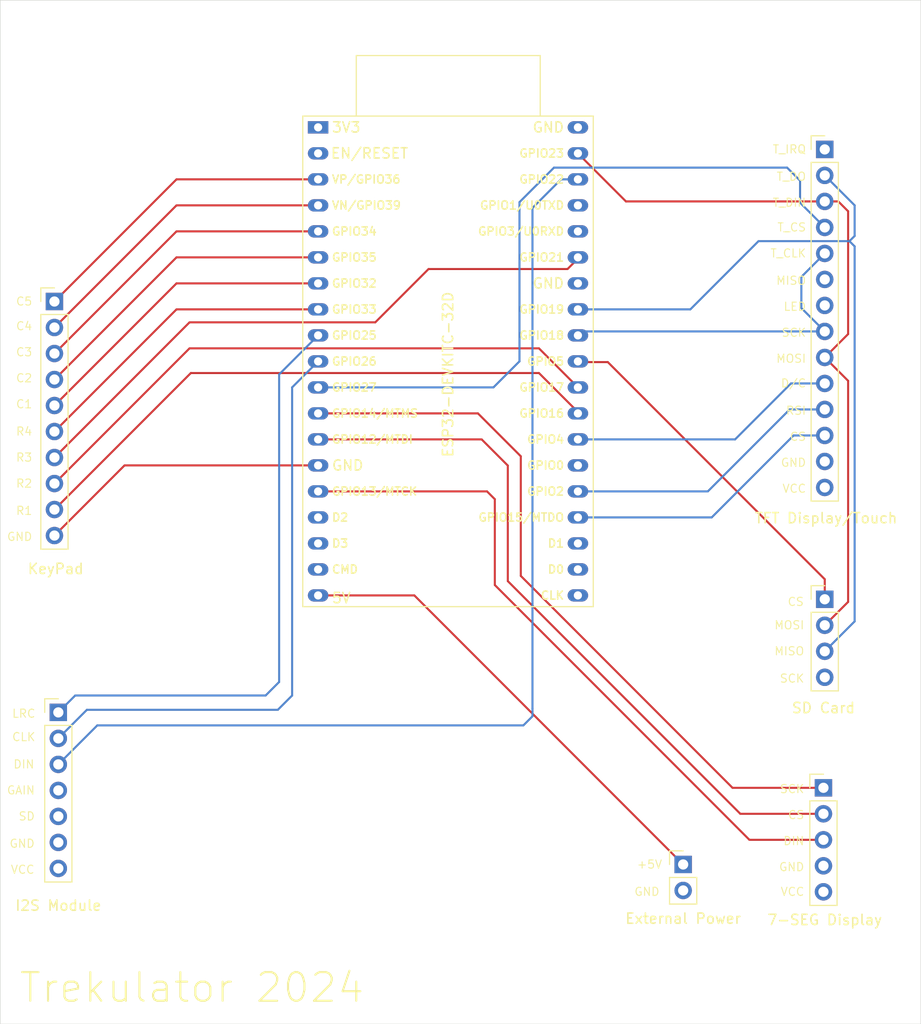
<source format=kicad_pcb>
(kicad_pcb (version 20240108) (generator "pcbnew") (generator_version "8.0")
  (layers (0 "F.Cu" signal) (1 "In1.Cu" signal) (2 "In2.Cu" signal) (31 "B.Cu" signal) (34 "B.Paste" user) (35 "F.Paste" user) (36 "B.SilkS" user "B.Silkscreen") (37 "F.SilkS" user "F.Silkscreen") (38 "B.Mask" user) (39 "F.Mask" user) (44 "Edge.Cuts" user))
  (net 0 "")
  (net 1 "Net-(J1-Pin_2)")
  (net 2 "Net-(J1-Pin_12)")
  (net 3 "GND")
  (net 4 "Net-(J1-Pin_11)")
  (net 6 "Net-(J1-Pin_5)")
  (net 7 "Net-(J1-Pin_4)")
  (net 8 "Net-(J1-Pin_14)")
  (net 9 "Net-(J1-Pin_3)")
  (net 10 "Net-(J1-Pin_10)")
  (net 12 "Net-(J2-Pin_8)")
  (net 13 "Net-(J2-Pin_1)")
  (net 14 "Net-(J2-Pin_9)")
  (net 15 "Net-(J2-Pin_2)")
  (net 16 "Net-(J2-Pin_10)")
  (net 17 "Net-(J2-Pin_5)")
  (net 18 "Net-(J2-Pin_7)")
  (net 19 "Net-(J2-Pin_6)")
  (net 20 "Net-(J2-Pin_4)")
  (net 21 "Net-(J2-Pin_3)")
  (net 22 "Net-(J3-Pin_1)")
  (net 23 "Net-(J4-Pin_2)")
  (net 24 "Net-(J4-Pin_1)")
  (net 25 "Net-(J4-Pin_3)")
  (net 26 "Net-(J5-Pin_1)")
  (net 28 "Net-(J5-Pin_3)")
  (net 29 "Net-(J5-Pin_2)")
  (net 41 "Net-(J6-Pin_1)")
  (footprint "Connector_PinHeader_2.54mm:PinHeader_1x07_P2.54mm_Vertical" (layer "F.Cu") (at 90.678 119.561)
    (property "Reference" "J5" (hide yes))
    (property "Value" "I2S Module" (at 0 18.869 0) (layer "F.SilkS"))
    (fp_line (start -1.33 -1.33) (end 0 -1.33) (stroke (width 0.12)) (layer "F.SilkS"))
    (fp_line (start -1.33 0) (end -1.33 -1.33) (stroke (width 0.12)) (layer "F.SilkS"))
    (fp_line (start -1.33 1.27) (end -1.33 16.57) (stroke (width 0.12)) (layer "F.SilkS"))
    (fp_line (start -1.33 1.27) (end 1.33 1.27) (stroke (width 0.12)) (layer "F.SilkS"))
    (fp_line (start -1.33 16.57) (end 1.33 16.57) (stroke (width 0.12)) (layer "F.SilkS"))
    (fp_line (start 1.33 1.27) (end 1.33 16.57) (stroke (width 0.12)) (layer "F.SilkS"))
    (pad "1" thru_hole rect (at 0 0) (size 1.7 1.7) (drill 1) (layers "*.Cu" "*.Mask") (net 26 "Net-(J5-Pin_1)"))
    (pad "2" thru_hole oval (at 0 2.54) (size 1.7 1.7) (drill 1) (layers "*.Cu" "*.Mask") (net 29 "Net-(J5-Pin_2)"))
    (pad "3" thru_hole oval (at 0 5.08) (size 1.7 1.7) (drill 1) (layers "*.Cu" "*.Mask") (net 28 "Net-(J5-Pin_3)"))
    (pad "4" thru_hole oval (at 0 7.62) (size 1.7 1.7) (drill 1) (layers "*.Cu" "*.Mask") (net 3 "GND"))
    (pad "5" thru_hole oval (at 0 10.16) (size 1.7 1.7) (drill 1) (layers "*.Cu" "*.Mask"))
    (pad "6" thru_hole oval (at 0 12.7) (size 1.7 1.7) (drill 1) (layers "*.Cu" "*.Mask") (net 3 "GND"))
    (pad "7" thru_hole oval (at 0 15.24) (size 1.7 1.7) (drill 1) (layers "*.Cu" "*.Mask") (net 8 "Net-(J1-Pin_14)"))
  )
  (footprint "Connector_PinHeader_2.54mm:PinHeader_1x04_P2.54mm_Vertical" (layer "F.Cu") (at 165.608 108.512)
    (property "Reference" "J3" (hide yes))
    (property "Value" "SD Card" (at -0.127 10.614 0) (layer "F.SilkS"))
    (fp_line (start -1.33 -1.33) (end 0 -1.33) (stroke (width 0.12)) (layer "F.SilkS"))
    (fp_line (start -1.33 0) (end -1.33 -1.33) (stroke (width 0.12)) (layer "F.SilkS"))
    (fp_line (start -1.33 1.27) (end -1.33 8.95) (stroke (width 0.12)) (layer "F.SilkS"))
    (fp_line (start -1.33 1.27) (end 1.33 1.27) (stroke (width 0.12)) (layer "F.SilkS"))
    (fp_line (start -1.33 8.95) (end 1.33 8.95) (stroke (width 0.12)) (layer "F.SilkS"))
    (fp_line (start 1.33 1.27) (end 1.33 8.95) (stroke (width 0.12)) (layer "F.SilkS"))
    (pad "1" thru_hole rect (at 0 0) (size 1.7 1.7) (drill 1) (layers "*.Cu" "*.Mask") (net 22 "Net-(J3-Pin_1)"))
    (pad "2" thru_hole oval (at 0 2.54) (size 1.7 1.7) (drill 1) (layers "*.Cu" "*.Mask") (net 9 "Net-(J1-Pin_3)"))
    (pad "3" thru_hole oval (at 0 5.08) (size 1.7 1.7) (drill 1) (layers "*.Cu" "*.Mask") (net 1 "Net-(J1-Pin_2)"))
    (pad "4" thru_hole oval (at 0 7.62) (size 1.7 1.7) (drill 1) (layers "*.Cu" "*.Mask") (net 6 "Net-(J1-Pin_5)"))
  )
  (footprint "Connector_PinHeader_2.54mm:PinHeader_1x14_P2.54mm_Vertical" (layer "F.Cu") (at 165.608 64.57)
    (property "Reference" "J1" (hide yes))
    (property "Value" "TFT Display/Touch" (at 0.127 36.014 0) (layer "F.SilkS"))
    (fp_line (start -1.33 -1.33) (end 0 -1.33) (stroke (width 0.12)) (layer "F.SilkS"))
    (fp_line (start -1.33 0) (end -1.33 -1.33) (stroke (width 0.12)) (layer "F.SilkS"))
    (fp_line (start -1.33 1.27) (end -1.33 34.35) (stroke (width 0.12)) (layer "F.SilkS"))
    (fp_line (start -1.33 1.27) (end 1.33 1.27) (stroke (width 0.12)) (layer "F.SilkS"))
    (fp_line (start -1.33 34.35) (end 1.33 34.35) (stroke (width 0.12)) (layer "F.SilkS"))
    (fp_line (start 1.33 1.27) (end 1.33 34.35) (stroke (width 0.12)) (layer "F.SilkS"))
    (pad "1" thru_hole rect (at 0 0) (size 1.7 1.7) (drill 1) (layers "*.Cu" "*.Mask"))
    (pad "2" thru_hole oval (at 0 2.54) (size 1.7 1.7) (drill 1) (layers "*.Cu" "*.Mask") (net 1 "Net-(J1-Pin_2)"))
    (pad "3" thru_hole oval (at 0 5.08) (size 1.7 1.7) (drill 1) (layers "*.Cu" "*.Mask") (net 9 "Net-(J1-Pin_3)"))
    (pad "4" thru_hole oval (at 0 7.62) (size 1.7 1.7) (drill 1) (layers "*.Cu" "*.Mask") (net 7 "Net-(J1-Pin_4)"))
    (pad "5" thru_hole oval (at 0 10.16) (size 1.7 1.7) (drill 1) (layers "*.Cu" "*.Mask") (net 6 "Net-(J1-Pin_5)"))
    (pad "6" thru_hole oval (at 0 12.7) (size 1.7 1.7) (drill 1) (layers "*.Cu" "*.Mask"))
    (pad "7" thru_hole oval (at 0 15.24) (size 1.7 1.7) (drill 1) (layers "*.Cu" "*.Mask") (net 8 "Net-(J1-Pin_14)"))
    (pad "8" thru_hole oval (at 0 17.78) (size 1.7 1.7) (drill 1) (layers "*.Cu" "*.Mask") (net 6 "Net-(J1-Pin_5)"))
    (pad "9" thru_hole oval (at 0 20.32) (size 1.7 1.7) (drill 1) (layers "*.Cu" "*.Mask") (net 9 "Net-(J1-Pin_3)"))
    (pad "10" thru_hole oval (at 0 22.86) (size 1.7 1.7) (drill 1) (layers "*.Cu" "*.Mask") (net 10 "Net-(J1-Pin_10)"))
    (pad "11" thru_hole oval (at 0 25.4) (size 1.7 1.7) (drill 1) (layers "*.Cu" "*.Mask") (net 4 "Net-(J1-Pin_11)"))
    (pad "12" thru_hole oval (at 0 27.94) (size 1.7 1.7) (drill 1) (layers "*.Cu" "*.Mask") (net 2 "Net-(J1-Pin_12)"))
    (pad "13" thru_hole oval (at 0 30.48) (size 1.7 1.7) (drill 1) (layers "*.Cu" "*.Mask") (net 3 "GND"))
    (pad "14" thru_hole oval (at 0 33.02) (size 1.7 1.7) (drill 1) (layers "*.Cu" "*.Mask") (net 8 "Net-(J1-Pin_14)"))
  )
  (footprint "PCM_Espressif:ESP32-DevKitC" (layer "F.Cu") (at 116.076 62.415)
    (property "Reference" "U1" (hide yes))
    (property "Value" "ESP32-DEVKITC-32D" (at 12.7 24.13 90) (layer "F.SilkS"))
    (fp_line (start -1.5 46.82) (end 26.899999 46.82) (stroke (width 0.12)) (layer "F.SilkS"))
    (fp_line (start -1.499999 -1.1) (end -1.5 46.82) (stroke (width 0.12)) (layer "F.SilkS"))
    (fp_line (start 3.73012 -7.01312) (end 21.71332 -7.01312) (stroke (width 0.12)) (layer "F.SilkS"))
    (fp_line (start 3.73012 -1.12032) (end 3.73012 -7.01312) (stroke (width 0.12)) (layer "F.SilkS"))
    (fp_line (start 21.71332 -7.01312) (end 21.71332 -1.12032) (stroke (width 0.12)) (layer "F.SilkS"))
    (fp_line (start 26.899999 46.82) (end 26.9 -1.1) (stroke (width 0.12)) (layer "F.SilkS"))
    (fp_line (start 26.9 -1.1) (end -1.499999 -1.1) (stroke (width 0.12)) (layer "F.SilkS"))
    (fp_text user "GPIO18" (at 24.13 20.32 0) (layer "F.SilkS") (effects (font (size 0.8 0.8)) (justify right)))
    (fp_text user "GPIO32" (at 1.27 15.24 0) (layer "F.SilkS") (effects (font (size 0.8 0.8)) (justify left)))
    (fp_text user "GND" (at 24.13 0 0) (layer "F.SilkS") (effects (justify right)))
    (fp_text user "D1" (at 24.13 40.64 0) (layer "F.SilkS") (effects (font (size 0.8 0.8)) (justify right)))
    (fp_text user "GPIO17" (at 24.13 25.4 0) (layer "F.SilkS") (effects (font (size 0.8 0.8)) (justify right)))
    (fp_text user "GPIO19" (at 24.13 17.78 0) (layer "F.SilkS") (effects (font (size 0.8 0.8)) (justify right)))
    (fp_text user "GPIO15/MTDO" (at 24.13 38.1 0) (layer "F.SilkS") (effects (font (size 0.8 0.8)) (justify right)))
    (fp_text user "GPIO33" (at 1.27 17.78 0) (layer "F.SilkS") (effects (font (size 0.8 0.8)) (justify left)))
    (fp_text user "5V" (at 1.26632 45.97128 0) (layer "F.SilkS") (effects (justify left)))
    (fp_text user "GPIO3/U0RXD" (at 24.13 10.16 0) (layer "F.SilkS") (effects (font (size 0.8 0.8)) (justify right)))
    (fp_text user "GPIO34" (at 1.27 10.16 0) (layer "F.SilkS") (effects (font (size 0.8 0.8)) (justify left)))
    (fp_text user "D2" (at 1.27 38.1 0) (layer "F.SilkS") (effects (font (size 0.8 0.8)) (justify left)))
    (fp_text user "GPIO14/MTMS" (at 1.27 27.94 0) (layer "F.SilkS") (effects (font (size 0.8 0.8)) (justify left)))
    (fp_text user "GPIO22" (at 24.13 5.08 0) (layer "F.SilkS") (effects (font (size 0.8 0.8)) (justify right)))
    (fp_text user "GPIO2" (at 24.13 35.56 0) (layer "F.SilkS") (effects (font (size 0.8 0.8)) (justify right)))
    (fp_text user "GPIO21" (at 24.13 12.7 0) (layer "F.SilkS") (effects (font (size 0.8 0.8)) (justify right)))
    (fp_text user "GPIO4" (at 24.13 30.48 0) (layer "F.SilkS") (effects (font (size 0.8 0.8)) (justify right)))
    (fp_text user "CLK" (at 24.13 45.72 0) (layer "F.SilkS") (effects (font (size 0.8 0.8)) (justify right)))
    (fp_text user "GPIO25" (at 1.27 20.32 0) (layer "F.SilkS") (effects (font (size 0.8 0.8)) (justify left)))
    (fp_text user "D3" (at 1.27 40.64 0) (layer "F.SilkS") (effects (font (size 0.8 0.8)) (justify left)))
    (fp_text user "GND" (at 1.27 33.02 0) (layer "F.SilkS") (effects (justify left)))
    (fp_text user "VN/GPIO39" (at 1.27 7.62 0) (layer "F.SilkS") (effects (font (size 0.8 0.8)) (justify left)))
    (fp_text user "GPIO23" (at 24.13 2.54 0) (layer "F.SilkS") (effects (font (size 0.8 0.8)) (justify right)))
    (fp_text user "GPIO1/U0TXD" (at 24.13 7.62 0) (layer "F.SilkS") (effects (font (size 0.8 0.8)) (justify right)))
    (fp_text user "GPIO26" (at 1.27 22.86 0) (layer "F.SilkS") (effects (font (size 0.8 0.8)) (justify left)))
    (fp_text user "GPIO13/MTCK" (at 1.27 35.56 0) (layer "F.SilkS") (effects (font (size 0.8 0.8)) (justify left)))
    (fp_text user "CMD" (at 1.27 43.18 0) (layer "F.SilkS") (effects (font (size 0.8 0.8)) (justify left)))
    (fp_text user "EN/RESET" (at 8.88632 2.53728 0) (layer "F.SilkS") (effects (justify right)))
    (fp_text user "GPIO5" (at 24.13 22.86 0) (layer "F.SilkS") (effects (font (size 0.8 0.8)) (justify right)))
    (fp_text user "3V3" (at 1.27 0 0) (layer "F.SilkS") (effects (justify left)))
    (fp_text user "VP/GPIO36" (at 1.27 5.08 0) (layer "F.SilkS") (effects (font (size 0.8 0.8)) (justify left)))
    (fp_text user "GPIO35" (at 1.27 12.7 0) (layer "F.SilkS") (effects (font (size 0.8 0.8)) (justify left)))
    (fp_text user "GPIO16" (at 24.13 27.94 0) (layer "F.SilkS") (effects (font (size 0.8 0.8)) (justify right)))
    (fp_text user "D0" (at 24.13 43.18 0) (layer "F.SilkS") (effects (font (size 0.8 0.8)) (justify right)))
    (fp_text user "GPIO12/MTDI" (at 1.27 30.48 0) (layer "F.SilkS") (effects (font (size 0.8 0.8)) (justify left)))
    (fp_text user "GND" (at 24.13 15.24 0) (layer "F.SilkS") (effects (justify right)))
    (fp_text user "GPIO27" (at 1.27 25.4 0) (layer "F.SilkS") (effects (font (size 0.8 0.8)) (justify left)))
    (fp_text user "GPIO0" (at 24.13 33.02 0) (layer "F.SilkS") (effects (font (size 0.8 0.8)) (justify right)))
    (pad "1" thru_hole rect (at 0 0 270) (size 1.2 2) (drill 0.8) (layers "*.Cu" "*.Mask") (net 8 "Net-(J1-Pin_14)"))
    (pad "2" thru_hole oval (at 0 2.54 270) (size 1.2 2) (drill 0.8) (layers "*.Cu" "*.Mask"))
    (pad "3" thru_hole oval (at 0 5.08 270) (size 1.2 2) (drill 0.8) (layers "*.Cu" "*.Mask") (net 13 "Net-(J2-Pin_1)"))
    (pad "4" thru_hole oval (at 0 7.62 270) (size 1.2 2) (drill 0.8) (layers "*.Cu" "*.Mask") (net 15 "Net-(J2-Pin_2)"))
    (pad "5" thru_hole oval (at 0 10.16 270) (size 1.2 2) (drill 0.8) (layers "*.Cu" "*.Mask") (net 21 "Net-(J2-Pin_3)"))
    (pad "6" thru_hole oval (at 0 12.7 270) (size 1.2 2) (drill 0.8) (layers "*.Cu" "*.Mask") (net 20 "Net-(J2-Pin_4)"))
    (pad "7" thru_hole oval (at 0 15.24 270) (size 1.2 2) (drill 0.8) (layers "*.Cu" "*.Mask") (net 17 "Net-(J2-Pin_5)"))
    (pad "8" thru_hole oval (at 0 17.78 270) (size 1.2 2) (drill 0.8) (layers "*.Cu" "*.Mask") (net 19 "Net-(J2-Pin_6)"))
    (pad "9" thru_hole oval (at 0 20.32 270) (size 1.2 2) (drill 0.8) (layers "*.Cu" "*.Mask") (net 26 "Net-(J5-Pin_1)"))
    (pad "10" thru_hole oval (at 0 22.86 270) (size 1.2 2) (drill 0.8) (layers "*.Cu" "*.Mask") (net 29 "Net-(J5-Pin_2)"))
    (pad "11" thru_hole oval (at 0 25.4 270) (size 1.2 2) (drill 0.8) (layers "*.Cu" "*.Mask") (net 7 "Net-(J1-Pin_4)"))
    (pad "12" thru_hole oval (at 0 27.94 270) (size 1.2 2) (drill 0.8) (layers "*.Cu" "*.Mask") (net 24 "Net-(J4-Pin_1)"))
    (pad "13" thru_hole oval (at 0 30.48 270) (size 1.2 2) (drill 0.8) (layers "*.Cu" "*.Mask") (net 23 "Net-(J4-Pin_2)"))
    (pad "14" thru_hole oval (at 0 33.02 270) (size 1.2 2) (drill 0.8) (layers "*.Cu" "*.Mask") (net 16 "Net-(J2-Pin_10)"))
    (pad "15" thru_hole oval (at 0 35.56 270) (size 1.2 2) (drill 0.8) (layers "*.Cu" "*.Mask") (net 25 "Net-(J4-Pin_3)"))
    (pad "16" thru_hole oval (at 0 38.1 270) (size 1.2 2) (drill 0.8) (layers "*.Cu" "*.Mask"))
    (pad "17" thru_hole oval (at 0 40.64 270) (size 1.2 2) (drill 0.8) (layers "*.Cu" "*.Mask"))
    (pad "18" thru_hole oval (at 0 43.18 270) (size 1.2 2) (drill 0.8) (layers "*.Cu" "*.Mask"))
    (pad "19" thru_hole oval (at 0 45.72 270) (size 1.2 2) (drill 0.8) (layers "*.Cu" "*.Mask") (net 41 "Net-(J6-Pin_1)"))
    (pad "20" thru_hole oval (at 25.39632 45.71728 270) (size 1.2 2) (drill 0.8) (layers "*.Cu" "*.Mask"))
    (pad "21" thru_hole oval (at 25.39632 43.17728 270) (size 1.2 2) (drill 0.8) (layers "*.Cu" "*.Mask"))
    (pad "22" thru_hole oval (at 25.4 40.64 270) (size 1.2 2) (drill 0.8) (layers "*.Cu" "*.Mask"))
    (pad "23" thru_hole oval (at 25.4 38.1 270) (size 1.2 2) (drill 0.8) (layers "*.Cu" "*.Mask") (net 2 "Net-(J1-Pin_12)"))
    (pad "24" thru_hole oval (at 25.4 35.56 270) (size 1.2 2) (drill 0.8) (layers "*.Cu" "*.Mask") (net 4 "Net-(J1-Pin_11)"))
    (pad "25" thru_hole oval (at 25.4 33.02 270) (size 1.2 2) (drill 0.8) (layers "*.Cu" "*.Mask"))
    (pad "26" thru_hole oval (at 25.4 30.48 270) (size 1.2 2) (drill 0.8) (layers "*.Cu" "*.Mask") (net 10 "Net-(J1-Pin_10)"))
    (pad "27" thru_hole oval (at 25.4 27.94 270) (size 1.2 2) (drill 0.8) (layers "*.Cu" "*.Mask") (net 14 "Net-(J2-Pin_9)"))
    (pad "28" thru_hole oval (at 25.4 25.4 270) (size 1.2 2) (drill 0.8) (layers "*.Cu" "*.Mask") (net 12 "Net-(J2-Pin_8)"))
    (pad "29" thru_hole oval (at 25.4 22.86 270) (size 1.2 2) (drill 0.8) (layers "*.Cu" "*.Mask") (net 22 "Net-(J3-Pin_1)"))
    (pad "30" thru_hole oval (at 25.4 20.32 270) (size 1.2 2) (drill 0.8) (layers "*.Cu" "*.Mask") (net 6 "Net-(J1-Pin_5)"))
    (pad "31" thru_hole oval (at 25.4 17.78 270) (size 1.2 2) (drill 0.8) (layers "*.Cu" "*.Mask") (net 1 "Net-(J1-Pin_2)"))
    (pad "32" thru_hole oval (at 25.4 15.24 270) (size 1.2 2) (drill 0.8) (layers "*.Cu" "*.Mask"))
    (pad "33" thru_hole oval (at 25.4 12.7 270) (size 1.2 2) (drill 0.8) (layers "*.Cu" "*.Mask") (net 18 "Net-(J2-Pin_7)"))
    (pad "34" thru_hole oval (at 25.4 10.16 270) (size 1.2 2) (drill 0.8) (layers "*.Cu" "*.Mask"))
    (pad "35" thru_hole oval (at 25.4 7.62 270) (size 1.2 2) (drill 0.8) (layers "*.Cu" "*.Mask"))
    (pad "36" thru_hole oval (at 25.4 5.08 270) (size 1.2 2) (drill 0.8) (layers "*.Cu" "*.Mask") (net 28 "Net-(J5-Pin_3)"))
    (pad "37" thru_hole oval (at 25.4 2.54 270) (size 1.2 2) (drill 0.8) (layers "*.Cu" "*.Mask") (net 9 "Net-(J1-Pin_3)"))
    (pad "38" thru_hole oval (at 25.4 0 270) (size 1.2 2) (drill 0.8) (layers "*.Cu" "*.Mask") (net 3 "GND"))
  )
  (footprint "Connector_PinHeader_2.54mm:PinHeader_1x10_P2.54mm_Vertical" (layer "F.Cu") (at 90.297 79.4265)
    (property "Reference" "J2" (hide yes))
    (property "Value" "KeyPad" (at 0.127 26.1105 0) (layer "F.SilkS"))
    (fp_line (start -1.33 -1.33) (end 0 -1.33) (stroke (width 0.12)) (layer "F.SilkS"))
    (fp_line (start -1.33 0) (end -1.33 -1.33) (stroke (width 0.12)) (layer "F.SilkS"))
    (fp_line (start -1.33 1.27) (end -1.33 24.19) (stroke (width 0.12)) (layer "F.SilkS"))
    (fp_line (start -1.33 1.27) (end 1.33 1.27) (stroke (width 0.12)) (layer "F.SilkS"))
    (fp_line (start -1.33 24.19) (end 1.33 24.19) (stroke (width 0.12)) (layer "F.SilkS"))
    (fp_line (start 1.33 1.27) (end 1.33 24.19) (stroke (width 0.12)) (layer "F.SilkS"))
    (pad "1" thru_hole rect (at 0 0) (size 1.7 1.7) (drill 1) (layers "*.Cu" "*.Mask") (net 13 "Net-(J2-Pin_1)"))
    (pad "2" thru_hole oval (at 0 2.54) (size 1.7 1.7) (drill 1) (layers "*.Cu" "*.Mask") (net 15 "Net-(J2-Pin_2)"))
    (pad "3" thru_hole oval (at 0 5.08) (size 1.7 1.7) (drill 1) (layers "*.Cu" "*.Mask") (net 21 "Net-(J2-Pin_3)"))
    (pad "4" thru_hole oval (at 0 7.62) (size 1.7 1.7) (drill 1) (layers "*.Cu" "*.Mask") (net 20 "Net-(J2-Pin_4)"))
    (pad "5" thru_hole oval (at 0 10.16) (size 1.7 1.7) (drill 1) (layers "*.Cu" "*.Mask") (net 17 "Net-(J2-Pin_5)"))
    (pad "6" thru_hole oval (at 0 12.7) (size 1.7 1.7) (drill 1) (layers "*.Cu" "*.Mask") (net 19 "Net-(J2-Pin_6)"))
    (pad "7" thru_hole oval (at 0 15.24) (size 1.7 1.7) (drill 1) (layers "*.Cu" "*.Mask") (net 18 "Net-(J2-Pin_7)"))
    (pad "8" thru_hole oval (at 0 17.78) (size 1.7 1.7) (drill 1) (layers "*.Cu" "*.Mask") (net 12 "Net-(J2-Pin_8)"))
    (pad "9" thru_hole oval (at 0 20.32) (size 1.7 1.7) (drill 1) (layers "*.Cu" "*.Mask") (net 14 "Net-(J2-Pin_9)"))
    (pad "10" thru_hole oval (at 0 22.86) (size 1.7 1.7) (drill 1) (layers "*.Cu" "*.Mask") (net 16 "Net-(J2-Pin_10)"))
  )
  (footprint "Connector_PinHeader_2.54mm:PinHeader_1x02_P2.54mm_Vertical" (layer "F.Cu") (at 151.765 134.415)
    (property "Reference" "J6" (hide yes))
    (property "Value" "External Power" (at 0 5.285 0) (layer "F.SilkS"))
    (fp_line (start -1.33 -1.33) (end 0 -1.33) (stroke (width 0.12)) (layer "F.SilkS"))
    (fp_line (start -1.33 0) (end -1.33 -1.33) (stroke (width 0.12)) (layer "F.SilkS"))
    (fp_line (start -1.33 1.27) (end -1.33 3.87) (stroke (width 0.12)) (layer "F.SilkS"))
    (fp_line (start -1.33 1.27) (end 1.33 1.27) (stroke (width 0.12)) (layer "F.SilkS"))
    (fp_line (start -1.33 3.87) (end 1.33 3.87) (stroke (width 0.12)) (layer "F.SilkS"))
    (fp_line (start 1.33 1.27) (end 1.33 3.87) (stroke (width 0.12)) (layer "F.SilkS"))
    (pad "1" thru_hole rect (at 0 0) (size 1.7 1.7) (drill 1) (layers "*.Cu" "*.Mask") (net 41 "Net-(J6-Pin_1)"))
    (pad "2" thru_hole oval (at 0 2.54) (size 1.7 1.7) (drill 1) (layers "*.Cu" "*.Mask") (net 3 "GND"))
  )
  (footprint "Connector_PinHeader_2.54mm:PinHeader_1x05_P2.54mm_Vertical" (layer "F.Cu") (at 165.481 126.927)
    (property "Reference" "J4" (hide yes))
    (property "Value" "7-SEG Display" (at 0.127 12.9 0) (layer "F.SilkS"))
    (fp_line (start -1.33 -1.33) (end 0 -1.33) (stroke (width 0.12)) (layer "F.SilkS"))
    (fp_line (start -1.33 0) (end -1.33 -1.33) (stroke (width 0.12)) (layer "F.SilkS"))
    (fp_line (start -1.33 1.27) (end -1.33 11.49) (stroke (width 0.12)) (layer "F.SilkS"))
    (fp_line (start -1.33 1.27) (end 1.33 1.27) (stroke (width 0.12)) (layer "F.SilkS"))
    (fp_line (start -1.33 11.49) (end 1.33 11.49) (stroke (width 0.12)) (layer "F.SilkS"))
    (fp_line (start 1.33 1.27) (end 1.33 11.49) (stroke (width 0.12)) (layer "F.SilkS"))
    (pad "1" thru_hole rect (at 0 0) (size 1.7 1.7) (drill 1) (layers "*.Cu" "*.Mask") (net 24 "Net-(J4-Pin_1)"))
    (pad "2" thru_hole oval (at 0 2.54) (size 1.7 1.7) (drill 1) (layers "*.Cu" "*.Mask") (net 23 "Net-(J4-Pin_2)"))
    (pad "3" thru_hole oval (at 0 5.08) (size 1.7 1.7) (drill 1) (layers "*.Cu" "*.Mask") (net 25 "Net-(J4-Pin_3)"))
    (pad "4" thru_hole oval (at 0 7.62) (size 1.7 1.7) (drill 1) (layers "*.Cu" "*.Mask") (net 3 "GND"))
    (pad "5" thru_hole oval (at 0 10.16) (size 1.7 1.7) (drill 1) (layers "*.Cu" "*.Mask") (net 8 "Net-(J1-Pin_14)"))
  )
  (gr_rect (start 85 50) (end 175 150) (stroke (width 0.05)) (fill none) (layer "Edge.Cuts"))
  (gr_text "D/C" (at 161.264619 87.884 0) (layer "F.SilkS") (effects (font (size 0.8 0.8) (thickness 0.1)) (justify left bottom)))
  (gr_text "T_DIN" (at 160.464619 70.231 0) (layer "F.SilkS") (effects (font (size 0.8 0.8) (thickness 0.1)) (justify left bottom)))
  (gr_text "MISO" (at 160.807476 77.851 0) (layer "F.SilkS") (effects (font (size 0.8 0.8) (thickness 0.1)) (justify left bottom)))
  (gr_text "MOSI" (at 160.807476 85.471 0) (layer "F.SilkS") (effects (font (size 0.8 0.8) (thickness 0.1)) (justify left bottom)))
  (gr_text "LRC" (at 86.106 120.142 0) (layer "F.SilkS") (effects (font (size 0.8 0.8) (thickness 0.1)) (justify left bottom)))
  (gr_text "LED" (at 161.531285 80.391 0) (layer "F.SilkS") (effects (font (size 0.8 0.8) (thickness 0.1)) (justify left bottom)))
  (gr_text "VCC" (at 161.239191 137.541 0) (layer "F.SilkS") (effects (font (size 0.8 0.8) (thickness 0.1)) (justify left bottom)))
  (gr_text "GND" (at 161.08681 135.128 0) (layer "F.SilkS") (effects (font (size 0.8 0.8) (thickness 0.1)) (justify left bottom)))
  (gr_text "T_CLK" (at 160.236047 75.184 0) (layer "F.SilkS") (effects (font (size 0.8 0.8) (thickness 0.1)) (justify left bottom)))
  (gr_text "DIN" (at 161.505858 132.588 0) (layer "F.SilkS") (effects (font (size 0.8 0.8) (thickness 0.1)) (justify left bottom)))
  (gr_text "SD" (at 86.741 130.175 0) (layer "F.SilkS") (effects (font (size 0.8 0.8) (thickness 0.1)) (justify left bottom)))
  (gr_text "R2" (at 86.487 97.663 0) (layer "F.SilkS") (effects (font (size 0.8 0.8) (thickness 0.1)) (justify left bottom)))
  (gr_text "SCK" (at 161.163 116.713 0) (layer "F.SilkS") (effects (font (size 0.8 0.8) (thickness 0.1)) (justify left bottom)))
  (gr_text "CS" (at 162.140809 93.091 0) (layer "F.SilkS") (effects (font (size 0.8 0.8) (thickness 0.1)) (justify left bottom)))
  (gr_text "GND" (at 85.852 132.842 0) (layer "F.SilkS") (effects (font (size 0.8 0.8) (thickness 0.1)) (justify left bottom)))
  (gr_text "+5V" (at 147.193 134.874 0) (layer "F.SilkS") (effects (font (size 0.8 0.8) (thickness 0.1)) (justify left bottom)))
  (gr_text "DIN" (at 86.233 125.095 0) (layer "F.SilkS") (effects (font (size 0.8 0.8) (thickness 0.1)) (justify left bottom)))
  (gr_text "C5" (at 86.487 79.883 0) (layer "F.SilkS") (effects (font (size 0.8 0.8) (thickness 0.1)) (justify left bottom)))
  (gr_text "CS" (at 161.963 130.048 0) (layer "F.SilkS") (effects (font (size 0.8 0.8) (thickness 0.1)) (justify left bottom)))
  (gr_text "GAIN\n" (at 85.598 127.635 0) (layer "F.SilkS") (effects (font (size 0.8 0.8) (thickness 0.1)) (justify left bottom)))
  (gr_text "C4" (at 86.487 82.296 0) (layer "F.SilkS") (effects (font (size 0.8 0.8) (thickness 0.1)) (justify left bottom)))
  (gr_text "R3" (at 86.487 95.123 0) (layer "F.SilkS") (effects (font (size 0.8 0.8) (thickness 0.1)) (justify left bottom)))
  (gr_text "T_CS" (at 160.921761 72.644 0) (layer "F.SilkS") (effects (font (size 0.8 0.8) (thickness 0.1)) (justify left bottom)))
  (gr_text "SCK" (at 161.163 127.508 0) (layer "F.SilkS") (effects (font (size 0.8 0.8) (thickness 0.1)) (justify left bottom)))
  (gr_text "CS" (at 161.925 109.22 0) (layer "F.SilkS") (effects (font (size 0.8 0.8) (thickness 0.1)) (justify left bottom)))
  (gr_text "GND" (at 161.264619 95.631 0) (layer "F.SilkS") (effects (font (size 0.8 0.8) (thickness 0.1)) (justify left bottom)))
  (gr_text "C1" (at 86.487 89.916 0) (layer "F.SilkS") (effects (font (size 0.8 0.8) (thickness 0.1)) (justify left bottom)))
  (gr_text "C3" (at 86.487 84.836 0) (layer "F.SilkS") (effects (font (size 0.8 0.8) (thickness 0.1)) (justify left bottom)))
  (gr_text "C2" (at 86.487 87.376 0) (layer "F.SilkS") (effects (font (size 0.8 0.8) (thickness 0.1)) (justify left bottom)))
  (gr_text "MISO" (at 160.629667 114.046 0) (layer "F.SilkS") (effects (font (size 0.8 0.8) (thickness 0.1)) (justify left bottom)))
  (gr_text "R4" (at 86.487 92.583 0) (layer "F.SilkS") (effects (font (size 0.8 0.8) (thickness 0.1)) (justify left bottom)))
  (gr_text "SCK" (at 161.340809 82.931 0) (layer "F.SilkS") (effects (font (size 0.8 0.8) (thickness 0.1)) (justify left bottom)))
  (gr_text "VCC" (at 85.979 135.382 0) (layer "F.SilkS") (effects (font (size 0.8 0.8) (thickness 0.1)) (justify left bottom)))
  (gr_text "VCC" (at 161.417 98.171 0) (layer "F.SilkS") (effects (font (size 0.8 0.8) (thickness 0.1)) (justify left bottom)))
  (gr_text "MOSI" (at 160.629667 111.506 0) (layer "F.SilkS") (effects (font (size 0.8 0.8) (thickness 0.1)) (justify left bottom)))
  (gr_text "GND" (at 85.61081 102.87 0) (layer "F.SilkS") (effects (font (size 0.8 0.8) (thickness 0.1)) (justify left bottom)))
  (gr_text "Trekulator 2024" (at 86.741 148.082 0) (layer "F.SilkS") (effects (font (size 2.8 2.8) (thickness 0.2)) (justify left bottom)))
  (gr_text "T_IRQ" (at 160.464619 65.024 0) (layer "F.SilkS") (effects (font (size 0.8 0.8) (thickness 0.1)) (justify left bottom)))
  (gr_text "RSI" (at 161.759857 90.551 0) (layer "F.SilkS") (effects (font (size 0.8 0.8) (thickness 0.1)) (justify left bottom)))
  (gr_text "T_DO" (at 160.845571 67.691 0) (layer "F.SilkS") (effects (font (size 0.8 0.8) (thickness 0.1)) (justify left bottom)))
  (gr_text "R1" (at 86.487 100.33 0) (layer "F.SilkS") (effects (font (size 0.8 0.8) (thickness 0.1)) (justify left bottom)))
  (gr_text "GND" (at 146.939 137.541 0) (layer "F.SilkS") (effects (font (size 0.8 0.8) (thickness 0.1)) (justify left bottom)))
  (gr_text "CLK" (at 86.106 122.428 0) (layer "F.SilkS") (effects (font (size 0.8 0.8) (thickness 0.1)) (justify left bottom)))
  (segment (start 168.529 110.671) (end 165.608 113.592) (width 0.2) (layer "B.Cu") (net 1))
  (segment (start 168.529 74.041) (end 168.529 110.671) (width 0.2) (layer "B.Cu") (net 1))
  (segment (start 168.021 73.533) (end 159.131 73.533) (width 0.2) (layer "B.Cu") (net 1))
  (segment (start 168.529 73.025) (end 168.021 73.533) (width 0.2) (layer "B.Cu") (net 1))
  (segment (start 159.131 73.533) (end 152.469 80.195) (width 0.2) (layer "B.Cu") (net 1))
  (segment (start 168.021 73.533) (end 168.529 74.041) (width 0.2) (layer "B.Cu") (net 1))
  (segment (start 152.469 80.195) (end 141.476 80.195) (width 0.2) (layer "B.Cu") (net 1))
  (segment (start 165.608 67.11) (end 168.529 70.031) (width 0.2) (layer "B.Cu") (net 1))
  (segment (start 168.529 70.031) (end 168.529 73.025) (width 0.2) (layer "B.Cu") (net 1))
  (segment (start 141.476 100.515) (end 154.555 100.515) (width 0.2) (layer "B.Cu") (net 2))
  (segment (start 154.555 100.515) (end 162.56 92.51) (width 0.2) (layer "B.Cu") (net 2))
  (segment (start 162.56 92.51) (end 165.608 92.51) (width 0.2) (layer "B.Cu") (net 2))
  (segment (start 154.174 97.975) (end 162.179 89.97) (width 0.2) (layer "B.Cu") (net 4))
  (segment (start 141.476 97.975) (end 154.174 97.975) (width 0.2) (layer "B.Cu") (net 4))
  (segment (start 162.179 89.97) (end 165.608 89.97) (width 0.2) (layer "B.Cu") (net 4))
  (segment (start 165.608 82.35) (end 141.861 82.35) (width 0.2) (layer "B.Cu") (net 6))
  (segment (start 165.608 74.73) (end 163.322 77.016) (width 0.2) (layer "B.Cu") (net 6))
  (segment (start 163.322 80.064) (end 165.608 82.35) (width 0.2) (layer "B.Cu") (net 6))
  (segment (start 141.861 82.35) (end 141.476 82.735) (width 0.2) (layer "B.Cu") (net 6))
  (segment (start 163.322 77.016) (end 163.322 80.064) (width 0.2) (layer "B.Cu") (net 6))
  (segment (start 163.195 69.777) (end 165.608 72.19) (width 0.2) (layer "B.Cu") (net 7))
  (segment (start 135.763 85.271) (end 135.763 69.723) (width 0.2) (layer "B.Cu") (net 7))
  (segment (start 139.138 66.348) (end 161.925 66.348) (width 0.2) (layer "B.Cu") (net 7))
  (segment (start 161.925 66.348) (end 163.195 67.618) (width 0.2) (layer "B.Cu") (net 7))
  (segment (start 135.763 69.723) (end 139.138 66.348) (width 0.2) (layer "B.Cu") (net 7))
  (segment (start 163.195 67.618) (end 163.195 69.777) (width 0.2) (layer "B.Cu") (net 7))
  (segment (start 133.219 87.815) (end 135.763 85.271) (width 0.2) (layer "B.Cu") (net 7))
  (segment (start 116.076 87.815) (end 133.219 87.815) (width 0.2) (layer "B.Cu") (net 7))
  (segment (start 167.894 108.766) (end 165.608 111.052) (width 0.2) (layer "F.Cu") (net 9))
  (segment (start 165.608 69.65) (end 166.932 69.65) (width 0.2) (layer "F.Cu") (net 9))
  (segment (start 165.608 84.89) (end 167.894 87.176) (width 0.2) (layer "F.Cu") (net 9))
  (segment (start 146.171 69.65) (end 165.608 69.65) (width 0.2) (layer "F.Cu") (net 9))
  (segment (start 141.476 64.955) (end 146.171 69.65) (width 0.2) (layer "F.Cu") (net 9))
  (segment (start 166.932 69.65) (end 167.894 70.612) (width 0.2) (layer "F.Cu") (net 9))
  (segment (start 167.894 70.612) (end 167.894 82.604) (width 0.2) (layer "F.Cu") (net 9))
  (segment (start 167.894 82.604) (end 165.608 84.89) (width 0.2) (layer "F.Cu") (net 9))
  (segment (start 167.894 87.176) (end 167.894 108.766) (width 0.2) (layer "F.Cu") (net 9))
  (segment (start 156.841 92.895) (end 162.306 87.43) (width 0.2) (layer "B.Cu") (net 10))
  (segment (start 141.476 92.895) (end 156.841 92.895) (width 0.2) (layer "B.Cu") (net 10))
  (segment (start 162.306 87.43) (end 165.608 87.43) (width 0.2) (layer "B.Cu") (net 10))
  (segment (start 141.476 87.809) (end 141.476 87.815) (width 0.2) (layer "F.Cu") (net 12))
  (segment (start 103.505 84.001) (end 137.668 84.001) (width 0.2) (layer "F.Cu") (net 12))
  (segment (start 137.668 84.001) (end 141.476 87.809) (width 0.2) (layer "F.Cu") (net 12))
  (segment (start 141.474 87.815) (end 141.476 87.815) (width 0.2) (layer "F.Cu") (net 12))
  (segment (start 90.297 97.209) (end 103.505 84.001) (width 0.2) (layer "F.Cu") (net 12))
  (segment (start 102.231 67.495) (end 90.297 79.429) (width 0.2) (layer "F.Cu") (net 13))
  (segment (start 116.076 67.495) (end 102.231 67.495) (width 0.2) (layer "F.Cu") (net 13))
  (segment (start 103.632 86.414) (end 137.668 86.414) (width 0.2) (layer "F.Cu") (net 14))
  (segment (start 90.297 99.749) (end 103.632 86.414) (width 0.2) (layer "F.Cu") (net 14))
  (segment (start 137.668 86.414) (end 141.476 90.222) (width 0.2) (layer "F.Cu") (net 14))
  (segment (start 141.476 90.222) (end 141.476 90.355) (width 0.2) (layer "F.Cu") (net 14))
  (segment (start 102.231 70.035) (end 90.297 81.969) (width 0.2) (layer "F.Cu") (net 15))
  (segment (start 116.076 70.035) (end 102.231 70.035) (width 0.2) (layer "F.Cu") (net 15))
  (segment (start 97.151 95.435) (end 116.076 95.435) (width 0.2) (layer "F.Cu") (net 16))
  (segment (start 90.297 102.289) (end 97.151 95.435) (width 0.2) (layer "F.Cu") (net 16))
  (segment (start 116.076 77.655) (end 102.231 77.655) (width 0.2) (layer "F.Cu") (net 17))
  (segment (start 102.231 77.655) (end 90.297 89.589) (width 0.2) (layer "F.Cu") (net 17))
  (segment (start 126.873 76.254) (end 140.462 76.254) (width 0.2) (layer "F.Cu") (net 18))
  (segment (start 140.462 76.254) (end 141.476 75.24) (width 0.2) (layer "F.Cu") (net 18))
  (segment (start 103.505 81.461) (end 121.666 81.461) (width 0.2) (layer "F.Cu") (net 18))
  (segment (start 141.476 75.24) (end 141.476 75.115) (width 0.2) (layer "F.Cu") (net 18))
  (segment (start 90.297 94.669) (end 103.505 81.461) (width 0.2) (layer "F.Cu") (net 18))
  (segment (start 121.666 81.461) (end 126.873 76.254) (width 0.2) (layer "F.Cu") (net 18))
  (segment (start 116.076 80.195) (end 102.231 80.195) (width 0.2) (layer "F.Cu") (net 19))
  (segment (start 102.231 80.195) (end 90.297 92.129) (width 0.2) (layer "F.Cu") (net 19))
  (segment (start 102.231 75.115) (end 90.297 87.049) (width 0.2) (layer "F.Cu") (net 20))
  (segment (start 116.076 75.115) (end 102.231 75.115) (width 0.2) (layer "F.Cu") (net 20))
  (segment (start 102.231 72.575) (end 90.297 84.509) (width 0.2) (layer "F.Cu") (net 21))
  (segment (start 116.076 72.575) (end 102.231 72.575) (width 0.2) (layer "F.Cu") (net 21))
  (segment (start 141.545 85.344) (end 144.399 85.344) (width 0.2) (layer "F.Cu") (net 22))
  (segment (start 165.608 106.553) (end 165.608 108.512) (width 0.2) (layer "F.Cu") (net 22))
  (segment (start 141.476 85.275) (end 141.545 85.344) (width 0.2) (layer "F.Cu") (net 22))
  (segment (start 144.399 85.344) (end 165.608 106.553) (width 0.2) (layer "F.Cu") (net 22))
  (segment (start 116.076 92.895) (end 132.065 92.895) (width 0.2) (layer "F.Cu") (net 23))
  (segment (start 157.353 129.467) (end 165.481 129.467) (width 0.2) (layer "F.Cu") (net 23))
  (segment (start 132.065 92.895) (end 134.62 95.45) (width 0.2) (layer "F.Cu") (net 23))
  (segment (start 134.62 95.45) (end 134.62 106.734) (width 0.2) (layer "F.Cu") (net 23))
  (segment (start 134.62 106.734) (end 157.353 129.467) (width 0.2) (layer "F.Cu") (net 23))
  (segment (start 135.89 106.226) (end 156.591 126.927) (width 0.2) (layer "F.Cu") (net 24))
  (segment (start 135.89 94.542) (end 135.89 106.226) (width 0.2) (layer "F.Cu") (net 24))
  (segment (start 156.591 126.927) (end 165.481 126.927) (width 0.2) (layer "F.Cu") (net 24))
  (segment (start 116.076 90.355) (end 131.703 90.355) (width 0.2) (layer "F.Cu") (net 24))
  (segment (start 131.703 90.355) (end 135.89 94.542) (width 0.2) (layer "F.Cu") (net 24))
  (segment (start 133.35 98.733) (end 133.35 107.115) (width 0.2) (layer "F.Cu") (net 25))
  (segment (start 158.242 132.007) (end 165.481 132.007) (width 0.2) (layer "F.Cu") (net 25))
  (segment (start 133.35 107.115) (end 158.242 132.007) (width 0.2) (layer "F.Cu") (net 25))
  (segment (start 132.592 97.975) (end 133.35 98.733) (width 0.2) (layer "F.Cu") (net 25))
  (segment (start 116.076 97.975) (end 132.592 97.975) (width 0.2) (layer "F.Cu") (net 25))
  (segment (start 116.076 82.735) (end 112.268 86.543) (width 0.2) (layer "B.Cu") (net 26))
  (segment (start 116.076 82.735) (end 116.082 82.735) (width 0.2) (layer "B.Cu") (net 26))
  (segment (start 112.268 116.586) (end 110.944 117.91) (width 0.2) (layer "B.Cu") (net 26))
  (segment (start 110.944 117.91) (end 92.329 117.91) (width 0.2) (layer "B.Cu") (net 26))
  (segment (start 112.268 86.543) (end 112.268 116.586) (width 0.2) (layer "B.Cu") (net 26))
  (segment (start 92.329 117.91) (end 90.678 119.561) (width 0.2) (layer "B.Cu") (net 26))
  (segment (start 136.144 120.831) (end 137.033 119.942) (width 0.2) (layer "B.Cu") (net 28))
  (segment (start 94.488 120.831) (end 136.144 120.831) (width 0.2) (layer "B.Cu") (net 28))
  (segment (start 139.823 67.495) (end 137.033 70.285) (width 0.2) (layer "B.Cu") (net 28))
  (segment (start 137.033 70.285) (end 137.033 119.18) (width 0.2) (layer "B.Cu") (net 28))
  (segment (start 141.476 67.495) (end 139.823 67.495) (width 0.2) (layer "B.Cu") (net 28))
  (segment (start 137.033 119.942) (end 137.033 119.18) (width 0.2) (layer "B.Cu") (net 28))
  (segment (start 90.678 124.641) (end 94.488 120.831) (width 0.2) (layer "B.Cu") (net 28))
  (segment (start 90.678 122.101) (end 93.472 119.307) (width 0.2) (layer "B.Cu") (net 29))
  (segment (start 116.076 85.275) (end 116.082 85.275) (width 0.2) (layer "B.Cu") (net 29))
  (segment (start 113.538 87.811) (end 116.074 85.275) (width 0.2) (layer "B.Cu") (net 29))
  (segment (start 116.076 85.275) (end 116.072 85.271) (width 0.2) (layer "B.Cu") (net 29))
  (segment (start 93.472 119.307) (end 112.141 119.307) (width 0.2) (layer "B.Cu") (net 29))
  (segment (start 116.074 85.275) (end 116.076 85.275) (width 0.2) (layer "B.Cu") (net 29))
  (segment (start 113.538 117.91) (end 113.538 87.811) (width 0.2) (layer "B.Cu") (net 29))
  (segment (start 112.141 119.307) (end 113.538 117.91) (width 0.2) (layer "B.Cu") (net 29))
  (segment (start 116.076 108.135) (end 125.485 108.135) (width 0.2) (layer "F.Cu") (net 41))
  (segment (start 125.485 108.135) (end 151.765 134.415) (width 0.2) (layer "F.Cu") (net 41))
)
</source>
